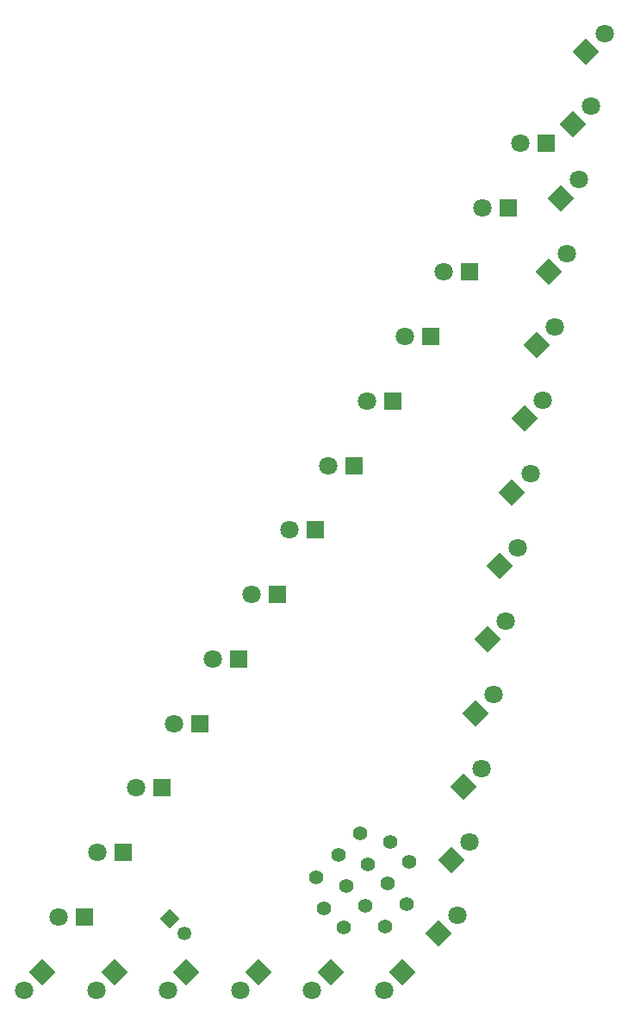
<source format=gbr>
%TF.GenerationSoftware,KiCad,Pcbnew,9.0.7*%
%TF.CreationDate,2026-02-21T03:41:23+02:00*%
%TF.ProjectId,kicad_selka_mk2,6b696361-645f-4736-956c-6b615f6d6b32,rev?*%
%TF.SameCoordinates,Original*%
%TF.FileFunction,Soldermask,Top*%
%TF.FilePolarity,Negative*%
%FSLAX46Y46*%
G04 Gerber Fmt 4.6, Leading zero omitted, Abs format (unit mm)*
G04 Created by KiCad (PCBNEW 9.0.7) date 2026-02-21 03:41:23*
%MOMM*%
%LPD*%
G01*
G04 APERTURE LIST*
G04 Aperture macros list*
%AMRotRect*
0 Rectangle, with rotation*
0 The origin of the aperture is its center*
0 $1 length*
0 $2 width*
0 $3 Rotation angle, in degrees counterclockwise*
0 Add horizontal line*
21,1,$1,$2,0,0,$3*%
G04 Aperture macros list end*
%ADD10RotRect,1.800000X1.800000X45.000000*%
%ADD11C,1.800000*%
%ADD12R,1.800000X1.800000*%
%ADD13C,1.400000*%
%ADD14RotRect,1.800000X1.800000X225.000000*%
%ADD15C,1.350000*%
%ADD16RotRect,1.350000X1.350000X225.000000*%
G04 APERTURE END LIST*
D10*
%TO.C,D8*%
X126978631Y-79941210D03*
D11*
X128774682Y-78145159D03*
%TD*%
D10*
%TO.C,D7*%
X128178631Y-72721210D03*
D11*
X129974682Y-70925159D03*
%TD*%
D10*
%TO.C,D6*%
X129378631Y-65501210D03*
D11*
X131174682Y-63705159D03*
%TD*%
D10*
%TO.C,D5*%
X130578631Y-58281210D03*
D11*
X132374682Y-56485159D03*
%TD*%
D10*
%TO.C,D4*%
X131778631Y-51061210D03*
D11*
X133574682Y-49265159D03*
%TD*%
D10*
%TO.C,D3*%
X132978631Y-43841210D03*
D11*
X134774682Y-42045159D03*
%TD*%
D10*
%TO.C,D2*%
X134178631Y-36621210D03*
D11*
X135974682Y-34825159D03*
%TD*%
D10*
%TO.C,D1*%
X135456631Y-29478010D03*
D11*
X137252682Y-27681959D03*
%TD*%
D12*
%TO.C,D64*%
X131548592Y-38437649D03*
D11*
X129008592Y-38437649D03*
%TD*%
D12*
%TO.C,D63*%
X127768592Y-44767649D03*
D11*
X125228592Y-44767649D03*
%TD*%
D12*
%TO.C,D62*%
X123988592Y-51097649D03*
D11*
X121448592Y-51097649D03*
%TD*%
D12*
%TO.C,D61*%
X120208592Y-57427649D03*
D11*
X117668592Y-57427649D03*
%TD*%
D12*
%TO.C,D60*%
X116428592Y-63757649D03*
D11*
X113888592Y-63757649D03*
%TD*%
D12*
%TO.C,D59*%
X112648592Y-70087649D03*
D11*
X110108592Y-70087649D03*
%TD*%
D12*
%TO.C,D58*%
X108868592Y-76417649D03*
D11*
X106328592Y-76417649D03*
%TD*%
D12*
%TO.C,D57*%
X105088592Y-82747649D03*
D11*
X102548592Y-82747649D03*
%TD*%
D10*
%TO.C,D13*%
X120978631Y-116041210D03*
D11*
X122774682Y-114245159D03*
%TD*%
%TO.C,D54*%
X91208592Y-101737649D03*
D12*
X93748592Y-101737649D03*
%TD*%
D11*
%TO.C,D56*%
X98768592Y-89077649D03*
D12*
X101308592Y-89077649D03*
%TD*%
D13*
%TO.C,J21*%
X118110000Y-108966000D03*
%TD*%
%TO.C,J23*%
X114046000Y-109220000D03*
%TD*%
D11*
%TO.C,D52*%
X83648592Y-114397649D03*
D12*
X86188592Y-114397649D03*
%TD*%
D13*
%TO.C,J19*%
X115697000Y-115316000D03*
%TD*%
D11*
%TO.C,D48*%
X101457741Y-121609300D03*
D14*
X103253792Y-119813249D03*
%TD*%
D13*
%TO.C,J15*%
X113792000Y-113284000D03*
%TD*%
%TO.C,J11*%
X111633000Y-115443000D03*
%TD*%
D11*
%TO.C,D53*%
X87428592Y-108067649D03*
D12*
X89968592Y-108067649D03*
%TD*%
D13*
%TO.C,J13*%
X115951000Y-111125000D03*
%TD*%
%TO.C,J3*%
X108966000Y-110490000D03*
%TD*%
D11*
%TO.C,D12*%
X123974682Y-107025159D03*
D10*
X122178631Y-108821210D03*
%TD*%
D13*
%TO.C,J1*%
X116205000Y-107061000D03*
%TD*%
%TO.C,J7*%
X113284000Y-106172000D03*
%TD*%
D11*
%TO.C,D50*%
X87301741Y-121609300D03*
D14*
X89097792Y-119813249D03*
%TD*%
D11*
%TO.C,D51*%
X80223741Y-121609300D03*
D14*
X82019792Y-119813249D03*
%TD*%
D11*
%TO.C,D47*%
X108535741Y-121609300D03*
D14*
X110331792Y-119813249D03*
%TD*%
D13*
%TO.C,J9*%
X109728000Y-113538000D03*
%TD*%
%TO.C,J5*%
X111125000Y-108331000D03*
%TD*%
D15*
%TO.C,J27*%
X95941792Y-116028649D03*
D16*
X94527578Y-114614435D03*
%TD*%
D11*
%TO.C,D10*%
X126374682Y-92585159D03*
D10*
X124578631Y-94381210D03*
%TD*%
D11*
%TO.C,D9*%
X127574682Y-85365159D03*
D10*
X125778631Y-87161210D03*
%TD*%
D13*
%TO.C,J25*%
X111887000Y-111379000D03*
%TD*%
%TO.C,J17*%
X117856000Y-113157000D03*
%TD*%
D11*
%TO.C,D46*%
X115613741Y-121609300D03*
D14*
X117409792Y-119813249D03*
%TD*%
D11*
%TO.C,D55*%
X94988592Y-95407649D03*
D12*
X97528592Y-95407649D03*
%TD*%
D11*
%TO.C,D49*%
X94379741Y-121609300D03*
D14*
X96175792Y-119813249D03*
%TD*%
D11*
%TO.C,D11*%
X125174682Y-99805159D03*
D10*
X123378631Y-101601210D03*
%TD*%
M02*

</source>
